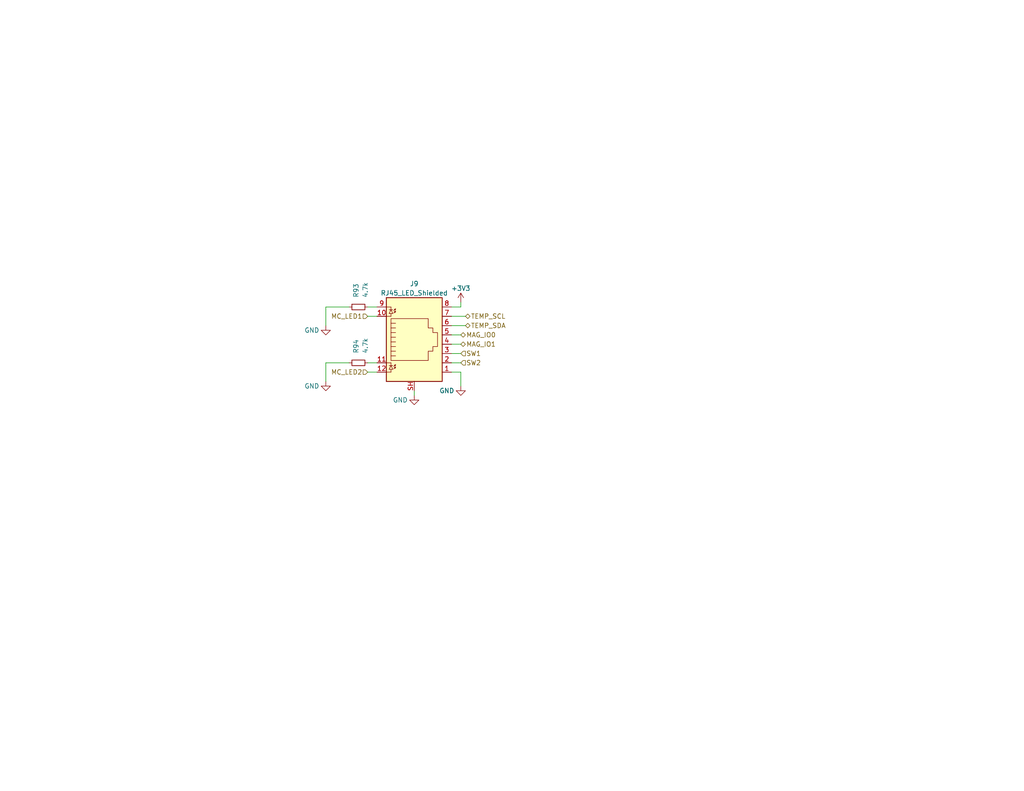
<source format=kicad_sch>
(kicad_sch (version 20250114) (generator "eeschema") (generator_version "9.0")
  (paper "USLetter")
  (title_block (date "2023-12-12"))
  (lib_symbols
    (symbol "Connector:RJ45_LED_Shielded" (pin_names (offset 1.016))
      (property "Reference" "J" (at -5.08 13.97 0))
      (property "Value" "RJ45_LED_Shielded" (at 1.27 13.97 0))
      (symbol "RJ45_LED_Shielded_0_1"
        (polyline (pts (xy -7.62 10.16) (xy -6.35 10.16)))
        (polyline (pts (xy -7.62 7.62) (xy -6.35 7.62)))
        (polyline (pts (xy -7.62 -5.08) (xy -6.35 -5.08)))
        (polyline (pts (xy -7.62 -7.62) (xy -6.35 -7.62)))
        (polyline (pts (xy -6.858 9.398) (xy -5.842 9.398)))
        (polyline (pts (xy -6.858 -5.842) (xy -5.842 -5.842)))
        (polyline (pts (xy -6.35 10.16) (xy -6.35 9.398)))
        (polyline (pts (xy -6.35 9.398) (xy -6.858 8.382) (xy -5.842 8.382) (xy -6.35 9.398)))
        (polyline (pts (xy -6.35 7.62) (xy -6.35 8.382)))
        (polyline (pts (xy -6.35 1.905) (xy -5.08 1.905) (xy -5.08 1.905)))
        (polyline (pts (xy -6.35 0.635) (xy -5.08 0.635) (xy -5.08 0.635)))
        (polyline (pts (xy -6.35 -0.635) (xy -5.08 -0.635) (xy -5.08 -0.635)))
        (polyline (pts (xy -6.35 -1.905) (xy -5.08 -1.905) (xy -5.08 -1.905)))
        (polyline (pts (xy -6.35 -3.175) (xy -5.08 -3.175) (xy -5.08 -3.175)))
        (polyline (pts (xy -6.35 -4.445) (xy -6.35 6.985) (xy 3.81 6.985) (xy 3.81 4.445) (xy 5.08 4.445) (xy 5.08 3.175) (xy 6.35 3.175) (xy 6.35 -0.635) (xy 5.08 -0.635) (xy 5.08 -1.905) (xy 3.81 -1.905) (xy 3.81 -4.445) (xy -6.35 -4.445) (xy -6.35 -4.445)))
        (polyline (pts (xy -6.35 -5.08) (xy -6.35 -5.842)))
        (polyline (pts (xy -6.35 -5.842) (xy -6.858 -6.858) (xy -5.842 -6.858) (xy -6.35 -5.842)))
        (polyline (pts (xy -6.35 -7.62) (xy -6.35 -6.858)))
        (polyline (pts (xy -5.588 9.144) (xy -5.08 9.652) (xy -5.461 9.525)))
        (polyline (pts (xy -5.588 8.509) (xy -5.08 9.017) (xy -5.461 8.89)))
        (polyline (pts (xy -5.588 -6.096) (xy -5.08 -5.588) (xy -5.461 -5.715)))
        (polyline (pts (xy -5.588 -6.731) (xy -5.08 -6.223) (xy -5.461 -6.35)))
        (polyline (pts (xy -5.08 9.652) (xy -5.207 9.271)))
        (polyline (pts (xy -5.08 9.017) (xy -5.207 8.636)))
        (polyline (pts (xy -5.08 5.715) (xy -6.35 5.715)))
        (polyline (pts (xy -5.08 4.445) (xy -6.35 4.445)))
        (polyline (pts (xy -5.08 3.175) (xy -6.35 3.175) (xy -6.35 3.175)))
        (polyline (pts (xy -5.08 -5.588) (xy -5.207 -5.969)))
        (polyline (pts (xy -5.08 -6.223) (xy -5.207 -6.604)))
        (rectangle (start 7.62 12.7) (end -7.62 -10.16) (stroke (width 0.254)) (fill (type background)))
      )
      (symbol "RJ45_LED_Shielded_1_1"
        (pin passive line (at -10.16 10.16 0) (length 2.54) (name "~") (number "9"))
        (pin passive line (at -10.16 7.62 0) (length 2.54) (name "~") (number "10"))
        (pin passive line (at -10.16 -5.08 0) (length 2.54) (name "~") (number "11"))
        (pin passive line (at -10.16 -7.62 0) (length 2.54) (name "~") (number "12"))
        (pin passive line (at 0 -12.7 90) (length 2.54) (name "~") (number "SH"))
        (pin passive line (at 10.16 10.16 180) (length 2.54) (name "~") (number "8"))
        (pin passive line (at 10.16 7.62 180) (length 2.54) (name "~") (number "7"))
        (pin passive line (at 10.16 5.08 180) (length 2.54) (name "~") (number "6"))
        (pin passive line (at 10.16 2.54 180) (length 2.54) (name "~") (number "5"))
        (pin passive line (at 10.16 0 180) (length 2.54) (name "~") (number "4"))
        (pin passive line (at 10.16 -2.54 180) (length 2.54) (name "~") (number "3"))
        (pin passive line (at 10.16 -5.08 180) (length 2.54) (name "~") (number "2"))
        (pin passive line (at 10.16 -7.62 180) (length 2.54) (name "~") (number "1"))
      )
    )
    (symbol "Device:R_Small" (pin_numbers (hide yes)) (pin_names (offset 0.254) (hide yes))
      (property "Reference" "R" (at 0.762 0.508 0))
      (property "Value" "R_Small" (at 0.762 -1.016 0))
      (symbol "R_Small_0_1"
        (rectangle (start -0.762 1.778) (end 0.762 -1.778) (stroke (width 0.2032)))
      )
      (symbol "R_Small_1_1"
        (pin passive line (at 0 2.54 270) (length 0.762) (name "~") (number "1"))
        (pin passive line (at 0 -2.54 90) (length 0.762) (name "~") (number "2"))
      )
    )
    (symbol "power:+3V3" (power) (pin_names (offset 0))
      (property "Value" "+3V3" (at 0 3.556 0))
      (symbol "+3V3_0_1"
        (polyline (pts (xy -0.762 1.27) (xy 0 2.54)))
        (polyline (pts (xy 0 2.54) (xy 0.762 1.27)))
        (polyline (pts (xy 0 0) (xy 0 2.54)))
      )
      (symbol "+3V3_1_1"
        (pin power_in line (at 0 0 90) (length 0) (hide yes) (name "+3V3") (number "1"))
      )
    )
    (symbol "power:GND" (power) (pin_names (offset 0))
      (property "Value" "GND" (at 0 -3.81 0))
      (symbol "GND_0_1"
        (polyline (pts (xy 0 0) (xy 0 -1.27) (xy 1.27 -1.27) (xy 0 -2.54) (xy -1.27 -1.27) (xy 0 -1.27)))
      )
      (symbol "GND_1_1"
        (pin power_in line (at 0 0 270) (length 0) (hide yes) (name "GND") (number "1"))
      )
    )
  )
  (wire (pts (xy 100.33 99.06) (xy 102.87 99.06)))
  (wire (pts (xy 88.9 83.82) (xy 88.9 88.9)))
  (wire (pts (xy 123.19 101.6) (xy 125.73 101.6)))
  (wire (pts (xy 125.73 83.82) (xy 123.19 83.82)))
  (wire (pts (xy 123.19 99.06) (xy 125.73 99.06)))
  (wire (pts (xy 125.73 82.55) (xy 125.73 83.82)))
  (wire (pts (xy 125.73 101.6) (xy 125.73 105.41)))
  (wire (pts (xy 123.19 96.52) (xy 125.73 96.52)))
  (wire (pts (xy 123.19 91.44) (xy 125.73 91.44)))
  (wire (pts (xy 123.19 86.36) (xy 127 86.36)))
  (wire (pts (xy 123.19 93.98) (xy 125.73 93.98)))
  (wire (pts (xy 100.33 83.82) (xy 102.87 83.82)))
  (wire (pts (xy 88.9 83.82) (xy 95.25 83.82)))
  (wire (pts (xy 88.9 99.06) (xy 95.25 99.06)))
  (wire (pts (xy 123.19 88.9) (xy 127 88.9)))
  (wire (pts (xy 88.9 99.06) (xy 88.9 104.14)))
  (wire (pts (xy 113.03 106.68) (xy 113.03 107.95)))
  (wire (pts (xy 100.33 101.6) (xy 102.87 101.6)))
  (wire (pts (xy 100.33 86.36) (xy 102.87 86.36)))
  (hierarchical_label "TEMP_SDA" (shape bidirectional) (at 127 88.9 0))
  (hierarchical_label "TEMP_SCL" (shape bidirectional) (at 127 86.36 0))
  (hierarchical_label "MAG_IO1" (shape bidirectional) (at 125.73 93.98 0))
  (hierarchical_label "SW1" (shape input) (at 125.73 96.52 0))
  (hierarchical_label "MC_LED2" (shape input) (at 100.33 101.6 180))
  (hierarchical_label "MAG_IO0" (shape bidirectional) (at 125.73 91.44 0))
  (hierarchical_label "MC_LED1" (shape input) (at 100.33 86.36 180))
  (hierarchical_label "SW2" (shape input) (at 125.73 99.06 0))
  (symbol (lib_id "power:GND") (at 88.9 88.9 0) (mirror y) (unit 1)
    (property "Reference" "#PWR0258" (effects (hide yes)))
    (property "Value" "GND" (at 85.09 90.17 0))
    (instances (project "MR-Core" (path "" (reference "#PWR0258") (unit 1))) (project "DDS" (path "" (reference "#PWR035") (unit 1))))
  )
  (symbol (lib_id "Connector:RJ45_LED_Shielded") (at 113.03 93.98 0) (unit 1)
    (property "Reference" "J9" (at 113.03 77.47 0))
    (property "Value" "RJ45_LED_Shielded" (at 113.03 80.01 0))
    (property "Footprint" "Connector_RJ:RJ45_Amphenol_RJHSE538X" (effects (hide yes)))
  )
  (symbol (lib_id "power:GND") (at 125.73 105.41 0) (mirror y) (unit 1)
    (property "Reference" "#PWR0251" (effects (hide yes)))
    (property "Value" "GND" (at 121.92 106.68 0))
    (instances (project "MR-Core" (path "" (reference "#PWR0251") (unit 1))) (project "DDS" (path "" (reference "#PWR035") (unit 1))))
  )
  (symbol (lib_id "Device:R_Small") (at 97.79 83.82 90) (unit 1)
    (property "Reference" "R93" (at 97.155 81.28 0) (effects (justify left)))
    (property "Value" "4.7k" (at 99.695 81.28 0) (effects (justify left)))
    (property "Footprint" "Resistor_SMD:R_0603_1608Metric" (effects (hide yes)))
  )
  (symbol (lib_id "power:GND") (at 88.9 104.14 0) (mirror y) (unit 1)
    (property "Reference" "#PWR0257" (effects (hide yes)))
    (property "Value" "GND" (at 85.09 105.41 0))
    (instances (project "MR-Core" (path "" (reference "#PWR0257") (unit 1))) (project "DDS" (path "" (reference "#PWR035") (unit 1))))
  )
  (symbol (lib_id "Device:R_Small") (at 97.79 99.06 90) (unit 1)
    (property "Reference" "R94" (at 97.155 96.52 0) (effects (justify left)))
    (property "Value" "4.7k" (at 99.695 96.52 0) (effects (justify left)))
    (property "Footprint" "Resistor_SMD:R_0603_1608Metric" (effects (hide yes)))
  )
  (symbol (lib_id "power:+3V3") (at 125.73 82.55 0) (unit 1)
    (property "Reference" "#PWR0256" (effects (hide yes)))
    (property "Value" "+3V3" (at 125.73 78.74 0))
  )
  (symbol (lib_id "power:GND") (at 113.03 107.95 0) (mirror y) (unit 1)
    (property "Reference" "#PWR0250" (effects (hide yes)))
    (property "Value" "GND" (at 109.22 109.22 0))
    (instances (project "MR-Core" (path "" (reference "#PWR0250") (unit 1))) (project "DDS" (path "" (reference "#PWR035") (unit 1))))
  )
)
</source>
